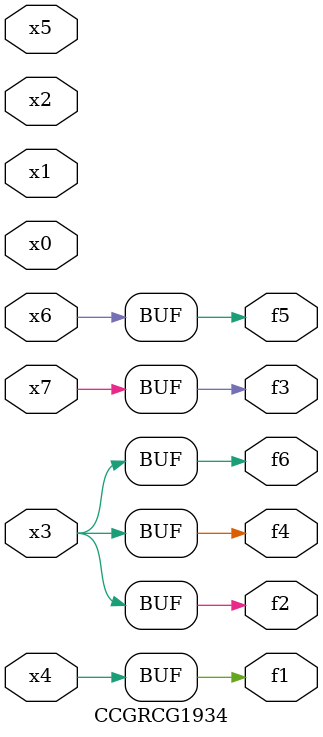
<source format=v>
module CCGRCG1934(
	input x0, x1, x2, x3, x4, x5, x6, x7,
	output f1, f2, f3, f4, f5, f6
);
	assign f1 = x4;
	assign f2 = x3;
	assign f3 = x7;
	assign f4 = x3;
	assign f5 = x6;
	assign f6 = x3;
endmodule

</source>
